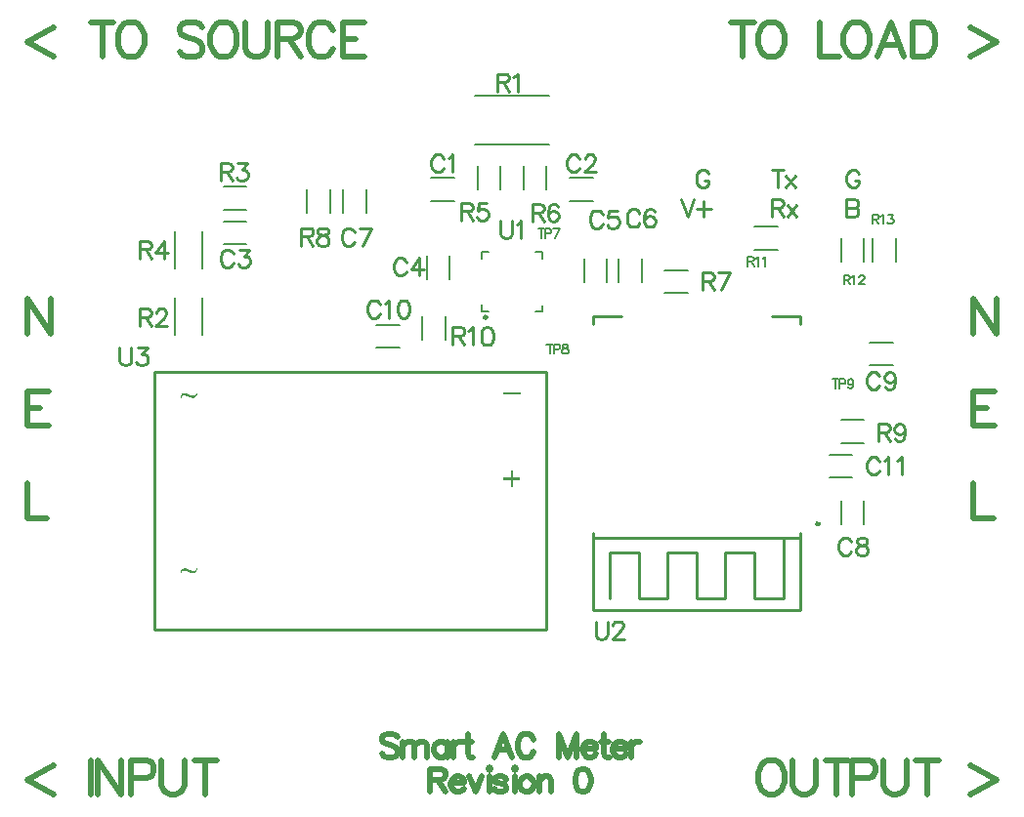
<source format=gto>
G04*
G04 #@! TF.GenerationSoftware,Altium Limited,Altium Designer,18.1.7 (191)*
G04*
G04 Layer_Color=65535*
%FSLAX44Y44*%
%MOMM*%
G71*
G01*
G75*
%ADD10C,0.3000*%
%ADD11C,0.2000*%
%ADD12C,0.2540*%
%ADD13C,0.5000*%
G36*
X216668Y363384D02*
X216863Y363356D01*
X217113Y363328D01*
X217612Y363217D01*
X217640D01*
X217668Y363189D01*
X217751Y363162D01*
X217862Y363134D01*
X218001Y363106D01*
X218168Y363050D01*
X218362Y362967D01*
X218584Y362884D01*
X219084Y362690D01*
X219722Y362467D01*
X220444Y362162D01*
X221277Y361801D01*
X221305D01*
X221333Y361773D01*
X221499Y361718D01*
X221721Y361607D01*
X221999Y361496D01*
X222304Y361385D01*
X222637Y361246D01*
X222943Y361135D01*
X223220Y361052D01*
X223304D01*
X223387Y361024D01*
X223498D01*
X223748Y360996D01*
X224081Y360968D01*
X224248D01*
X224414Y360996D01*
X224636Y361052D01*
X224886Y361107D01*
X225136Y361218D01*
X225414Y361385D01*
X225664Y361579D01*
X225691Y361607D01*
X225774Y361690D01*
X225886Y361829D01*
X225997Y362023D01*
X226135Y362301D01*
X226274Y362606D01*
X226357Y362967D01*
X226441Y363384D01*
X227190D01*
Y363356D01*
Y363300D01*
Y363189D01*
X227163Y363050D01*
X227135Y362856D01*
X227107Y362662D01*
X227024Y362190D01*
X226885Y361690D01*
X226691Y361135D01*
X226413Y360635D01*
X226080Y360191D01*
X226024Y360135D01*
X225913Y360024D01*
X225691Y359858D01*
X225414Y359664D01*
X225053Y359441D01*
X224636Y359275D01*
X224164Y359164D01*
X223637Y359108D01*
X223359D01*
X223193Y359136D01*
X222943Y359164D01*
X222693Y359192D01*
X222138Y359330D01*
X222110D01*
X221971Y359386D01*
X221888Y359414D01*
X221749Y359469D01*
X221610Y359525D01*
X221416Y359580D01*
X221194Y359664D01*
X220944Y359747D01*
X220666Y359858D01*
X220333Y359997D01*
X220000Y360135D01*
X219584Y360274D01*
X219139Y360469D01*
X218667Y360663D01*
X218640D01*
X218584Y360691D01*
X218473Y360746D01*
X218362Y360802D01*
X218029Y360941D01*
X217612Y361079D01*
X217141Y361246D01*
X216696Y361357D01*
X216252Y361468D01*
X215891Y361496D01*
X215752D01*
X215586Y361468D01*
X215364Y361440D01*
X215142Y361357D01*
X214892Y361274D01*
X214642Y361135D01*
X214392Y360941D01*
X214364Y360913D01*
X214309Y360830D01*
X214198Y360691D01*
X214087Y360496D01*
X213948Y360247D01*
X213809Y359941D01*
X213698Y359580D01*
X213587Y359136D01*
X212810D01*
Y359164D01*
Y359219D01*
X212837Y359330D01*
Y359497D01*
X212865Y359664D01*
X212893Y359886D01*
X212976Y360358D01*
X213115Y360885D01*
X213281Y361413D01*
X213531Y361912D01*
X213864Y362356D01*
X213920Y362412D01*
X214031Y362523D01*
X214253Y362690D01*
X214531Y362884D01*
X214864Y363078D01*
X215280Y363245D01*
X215725Y363356D01*
X216224Y363411D01*
X216474D01*
X216668Y363384D01*
D02*
G37*
G36*
Y211384D02*
X216863Y211356D01*
X217113Y211328D01*
X217612Y211217D01*
X217640D01*
X217668Y211189D01*
X217751Y211161D01*
X217862Y211134D01*
X218001Y211106D01*
X218168Y211050D01*
X218362Y210967D01*
X218584Y210884D01*
X219084Y210690D01*
X219722Y210467D01*
X220444Y210162D01*
X221277Y209801D01*
X221305D01*
X221333Y209773D01*
X221499Y209718D01*
X221721Y209607D01*
X221999Y209496D01*
X222304Y209385D01*
X222637Y209246D01*
X222943Y209135D01*
X223220Y209052D01*
X223304D01*
X223387Y209024D01*
X223498D01*
X223748Y208996D01*
X224081Y208968D01*
X224248D01*
X224414Y208996D01*
X224636Y209052D01*
X224886Y209107D01*
X225136Y209218D01*
X225414Y209385D01*
X225664Y209579D01*
X225691Y209607D01*
X225774Y209690D01*
X225886Y209829D01*
X225997Y210023D01*
X226135Y210301D01*
X226274Y210606D01*
X226357Y210967D01*
X226441Y211384D01*
X227190D01*
Y211356D01*
Y211300D01*
Y211189D01*
X227163Y211050D01*
X227135Y210856D01*
X227107Y210662D01*
X227024Y210190D01*
X226885Y209690D01*
X226691Y209135D01*
X226413Y208635D01*
X226080Y208191D01*
X226024Y208135D01*
X225913Y208024D01*
X225691Y207858D01*
X225414Y207663D01*
X225053Y207441D01*
X224636Y207275D01*
X224164Y207164D01*
X223637Y207108D01*
X223359D01*
X223193Y207136D01*
X222943Y207164D01*
X222693Y207192D01*
X222138Y207330D01*
X222110D01*
X221971Y207386D01*
X221888Y207414D01*
X221749Y207469D01*
X221610Y207525D01*
X221416Y207580D01*
X221194Y207663D01*
X220944Y207747D01*
X220666Y207858D01*
X220333Y207997D01*
X220000Y208135D01*
X219584Y208274D01*
X219139Y208469D01*
X218667Y208663D01*
X218640D01*
X218584Y208691D01*
X218473Y208746D01*
X218362Y208802D01*
X218029Y208941D01*
X217612Y209079D01*
X217141Y209246D01*
X216696Y209357D01*
X216252Y209468D01*
X215891Y209496D01*
X215752D01*
X215586Y209468D01*
X215364Y209440D01*
X215142Y209357D01*
X214892Y209274D01*
X214642Y209135D01*
X214392Y208941D01*
X214364Y208913D01*
X214309Y208829D01*
X214198Y208691D01*
X214087Y208496D01*
X213948Y208246D01*
X213809Y207941D01*
X213698Y207580D01*
X213587Y207136D01*
X212810D01*
Y207164D01*
Y207219D01*
X212837Y207330D01*
Y207497D01*
X212865Y207663D01*
X212893Y207886D01*
X212976Y208358D01*
X213115Y208885D01*
X213281Y209412D01*
X213531Y209912D01*
X213864Y210356D01*
X213920Y210412D01*
X214031Y210523D01*
X214253Y210690D01*
X214531Y210884D01*
X214864Y211078D01*
X215280Y211245D01*
X215725Y211356D01*
X216224Y211411D01*
X216474D01*
X216668Y211384D01*
D02*
G37*
G36*
X500847Y289856D02*
X507204D01*
Y288107D01*
X500847D01*
Y281805D01*
X499153D01*
Y288107D01*
X492796D01*
Y289856D01*
X499153D01*
Y296213D01*
X500847D01*
Y289856D01*
D02*
G37*
G36*
X507232Y362079D02*
X492768D01*
Y363828D01*
X507232D01*
Y362079D01*
D02*
G37*
D10*
X766000Y250000D02*
G03*
X766000Y250000I-1000J0D01*
G01*
X478000Y429000D02*
G03*
X478000Y429000I-1000J0D01*
G01*
D11*
X812500Y477500D02*
Y497500D01*
X832500Y477500D02*
Y497500D01*
X805000Y477500D02*
Y497500D01*
X785000Y477500D02*
Y497500D01*
X710000Y507500D02*
X730000D01*
X710000Y487500D02*
X730000D01*
X474000Y434000D02*
X480000D01*
X474000D02*
Y440000D01*
Y480000D02*
Y486000D01*
X480000D01*
X520000D02*
X526000D01*
Y480000D02*
Y486000D01*
Y434000D02*
Y439000D01*
X520000Y434000D02*
X526000D01*
X442500Y410000D02*
Y430000D01*
X422500Y410000D02*
Y430000D01*
X785000Y320000D02*
X805000D01*
X785000Y340000D02*
X805000D01*
X342500Y520000D02*
Y540000D01*
X322500Y520000D02*
Y540000D01*
X632500Y470001D02*
X652500D01*
X632500Y450001D02*
X652500D01*
X530000Y540000D02*
Y560000D01*
X510000Y540000D02*
Y560000D01*
X490000Y540000D02*
Y560000D01*
X470000Y540000D02*
Y560000D01*
X208000Y471500D02*
Y503500D01*
X232000Y471500D02*
Y503500D01*
X250000Y542500D02*
X270000D01*
X250000Y522500D02*
X270000D01*
X208000Y414000D02*
Y446000D01*
X232000Y414000D02*
Y446000D01*
X468000Y579000D02*
X532000D01*
X468000Y621000D02*
X532000D01*
X382498Y422500D02*
X402498D01*
X382498Y402500D02*
X402498D01*
X810000Y387500D02*
X830000D01*
X810000Y407500D02*
X830000D01*
X562500Y460000D02*
Y480000D01*
X582500Y460000D02*
Y480000D01*
X775000Y310000D02*
X795000D01*
X775000Y290000D02*
X795000D01*
X426250Y462500D02*
Y482500D01*
X446250Y462500D02*
Y482500D01*
X592500Y460000D02*
Y480000D01*
X612500Y460000D02*
Y480000D01*
X353750Y520000D02*
Y540000D01*
X373750Y520000D02*
Y540000D01*
X805200Y250000D02*
Y270000D01*
X785200Y250000D02*
Y270000D01*
X430000Y530000D02*
X450000D01*
X430000Y550000D02*
X450000D01*
X550000D02*
X570000D01*
X550000Y530000D02*
X570000D01*
X250000Y512500D02*
X270000D01*
X250000Y492500D02*
X270000D01*
X780166Y375498D02*
Y367500D01*
X777500Y375498D02*
X782832D01*
X783784Y371309D02*
X787212D01*
X788355Y371690D01*
X788736Y372071D01*
X789117Y372832D01*
Y373975D01*
X788736Y374737D01*
X788355Y375117D01*
X787212Y375498D01*
X783784D01*
Y367500D01*
X795858Y372832D02*
X795477Y371690D01*
X794715Y370928D01*
X793573Y370547D01*
X793192D01*
X792049Y370928D01*
X791288Y371690D01*
X790907Y372832D01*
Y373213D01*
X791288Y374356D01*
X792049Y375117D01*
X793192Y375498D01*
X793573D01*
X794715Y375117D01*
X795477Y374356D01*
X795858Y372832D01*
Y370928D01*
X795477Y369024D01*
X794715Y367881D01*
X793573Y367500D01*
X792811D01*
X791668Y367881D01*
X791288Y368643D01*
X525166Y505896D02*
Y497898D01*
X522500Y505896D02*
X527832D01*
X528784Y501706D02*
X532212D01*
X533355Y502087D01*
X533736Y502468D01*
X534117Y503230D01*
Y504372D01*
X533736Y505134D01*
X533355Y505515D01*
X532212Y505896D01*
X528784D01*
Y497898D01*
X541239Y505896D02*
X537430Y497898D01*
X535907Y505896D02*
X541239D01*
X532666Y405498D02*
Y397500D01*
X530000Y405498D02*
X535332D01*
X536284Y401309D02*
X539712D01*
X540855Y401690D01*
X541236Y402070D01*
X541617Y402832D01*
Y403975D01*
X541236Y404737D01*
X540855Y405117D01*
X539712Y405498D01*
X536284D01*
Y397500D01*
X545311Y405498D02*
X544168Y405117D01*
X543787Y404356D01*
Y403594D01*
X544168Y402832D01*
X544930Y402451D01*
X546454Y402070D01*
X547596Y401690D01*
X548358Y400928D01*
X548739Y400166D01*
Y399024D01*
X548358Y398262D01*
X547977Y397881D01*
X546834Y397500D01*
X545311D01*
X544168Y397881D01*
X543787Y398262D01*
X543407Y399024D01*
Y400166D01*
X543787Y400928D01*
X544549Y401690D01*
X545692Y402070D01*
X547215Y402451D01*
X547977Y402832D01*
X548358Y403594D01*
Y404356D01*
X547977Y405117D01*
X546834Y405498D01*
X545311D01*
X812500Y517998D02*
Y510000D01*
Y517998D02*
X815928D01*
X817070Y517617D01*
X817451Y517237D01*
X817832Y516475D01*
Y515713D01*
X817451Y514951D01*
X817070Y514570D01*
X815928Y514190D01*
X812500D01*
X815166D02*
X817832Y510000D01*
X819622Y516475D02*
X820384Y516856D01*
X821527Y517998D01*
Y510000D01*
X826249Y517998D02*
X830439D01*
X828154Y514951D01*
X829296D01*
X830058Y514570D01*
X830439Y514190D01*
X830820Y513047D01*
Y512285D01*
X830439Y511143D01*
X829677Y510381D01*
X828535Y510000D01*
X827392D01*
X826249Y510381D01*
X825869Y510762D01*
X825488Y511524D01*
X787500Y465498D02*
Y457500D01*
Y465498D02*
X790928D01*
X792070Y465117D01*
X792451Y464737D01*
X792832Y463975D01*
Y463213D01*
X792451Y462451D01*
X792070Y462070D01*
X790928Y461690D01*
X787500D01*
X790166D02*
X792832Y457500D01*
X794622Y463975D02*
X795384Y464356D01*
X796527Y465498D01*
Y457500D01*
X800869Y463594D02*
Y463975D01*
X801249Y464737D01*
X801630Y465117D01*
X802392Y465498D01*
X803915D01*
X804677Y465117D01*
X805058Y464737D01*
X805439Y463975D01*
Y463213D01*
X805058Y462451D01*
X804296Y461309D01*
X800488Y457500D01*
X805820D01*
X704450Y481498D02*
Y473500D01*
Y481498D02*
X707878D01*
X709020Y481117D01*
X709401Y480737D01*
X709782Y479975D01*
Y479213D01*
X709401Y478451D01*
X709020Y478070D01*
X707878Y477690D01*
X704450D01*
X707116D02*
X709782Y473500D01*
X711572Y479975D02*
X712334Y480356D01*
X713477Y481498D01*
Y473500D01*
X717438Y479975D02*
X718199Y480356D01*
X719342Y481498D01*
Y473500D01*
D12*
X530000Y158000D02*
Y382000D01*
X190000Y158000D02*
X530000D01*
X190000D02*
Y382000D01*
X530000D01*
X585000Y185000D02*
Y225000D01*
X610000D01*
Y185000D02*
Y225000D01*
Y185000D02*
X635000D01*
Y225000D01*
X660000D01*
Y185000D02*
Y225000D01*
Y185000D02*
X685000D01*
Y225000D01*
X710000D01*
Y185000D02*
Y225000D01*
Y185000D02*
X735000D01*
Y238000D01*
X570000D02*
X750000D01*
X570000Y175000D02*
Y242000D01*
Y175000D02*
X750000D01*
X570000Y430000D02*
X595000D01*
X570000Y423000D02*
Y430000D01*
X750000Y423000D02*
Y430000D01*
X725000D02*
X750000D01*
Y175000D02*
Y242000D01*
X790000Y531537D02*
Y516300D01*
Y531537D02*
X796530D01*
X798707Y530811D01*
X799432Y530086D01*
X800158Y528634D01*
Y527183D01*
X799432Y525732D01*
X798707Y525007D01*
X796530Y524281D01*
X790000D02*
X796530D01*
X798707Y523556D01*
X799432Y522830D01*
X800158Y521379D01*
Y519202D01*
X799432Y517751D01*
X798707Y517025D01*
X796530Y516300D01*
X790000D01*
X800883Y553309D02*
X800158Y554760D01*
X798707Y556211D01*
X797256Y556937D01*
X794353D01*
X792902Y556211D01*
X791451Y554760D01*
X790725Y553309D01*
X790000Y551132D01*
Y547504D01*
X790725Y545328D01*
X791451Y543877D01*
X792902Y542425D01*
X794353Y541700D01*
X797256D01*
X798707Y542425D01*
X800158Y543877D01*
X800883Y545328D01*
Y547504D01*
X797256D02*
X800883D01*
X725200Y531537D02*
Y516300D01*
Y531537D02*
X731730D01*
X733907Y530811D01*
X734632Y530086D01*
X735358Y528634D01*
Y527183D01*
X734632Y525732D01*
X733907Y525007D01*
X731730Y524281D01*
X725200D01*
X730279D02*
X735358Y516300D01*
X738768Y526458D02*
X746749Y516300D01*
Y526458D02*
X738768Y516300D01*
X730279Y556937D02*
Y541700D01*
X725200Y556937D02*
X735358D01*
X737172Y551858D02*
X745153Y541700D01*
Y551858D02*
X737172Y541700D01*
X670583Y553309D02*
X669858Y554760D01*
X668407Y556211D01*
X666956Y556937D01*
X664053D01*
X662602Y556211D01*
X661151Y554760D01*
X660426Y553309D01*
X659700Y551132D01*
Y547504D01*
X660426Y545328D01*
X661151Y543877D01*
X662602Y542425D01*
X664053Y541700D01*
X666956D01*
X668407Y542425D01*
X669858Y543877D01*
X670583Y545328D01*
Y547504D01*
X666956D02*
X670583D01*
X646200Y531937D02*
X652004Y516700D01*
X657809Y531937D02*
X652004Y516700D01*
X666298Y529760D02*
Y516700D01*
X659768Y523230D02*
X672828D01*
X385514Y440278D02*
X384789Y441729D01*
X383338Y443180D01*
X381886Y443906D01*
X378984D01*
X377533Y443180D01*
X376082Y441729D01*
X375356Y440278D01*
X374631Y438101D01*
Y434473D01*
X375356Y432297D01*
X376082Y430846D01*
X377533Y429394D01*
X378984Y428669D01*
X381886D01*
X383338Y429394D01*
X384789Y430846D01*
X385514Y432297D01*
X389795Y441003D02*
X391246Y441729D01*
X393423Y443906D01*
Y428669D01*
X405322Y443906D02*
X403145Y443180D01*
X401694Y441003D01*
X400969Y437376D01*
Y435199D01*
X401694Y431571D01*
X403145Y429394D01*
X405322Y428669D01*
X406773D01*
X408950Y429394D01*
X410401Y431571D01*
X411127Y435199D01*
Y437376D01*
X410401Y441003D01*
X408950Y443180D01*
X406773Y443906D01*
X405322D01*
X448721Y420289D02*
Y405052D01*
Y420289D02*
X455251D01*
X457428Y419563D01*
X458153Y418838D01*
X458879Y417386D01*
Y415935D01*
X458153Y414484D01*
X457428Y413759D01*
X455251Y413033D01*
X448721D01*
X453800D02*
X458879Y405052D01*
X462289Y417386D02*
X463740Y418112D01*
X465917Y420289D01*
Y405052D01*
X477816Y420289D02*
X475639Y419563D01*
X474188Y417386D01*
X473462Y413759D01*
Y411582D01*
X474188Y407954D01*
X475639Y405777D01*
X477816Y405052D01*
X479267D01*
X481444Y405777D01*
X482895Y407954D01*
X483620Y411582D01*
Y413759D01*
X482895Y417386D01*
X481444Y419563D01*
X479267Y420289D01*
X477816D01*
X160000Y402737D02*
Y391853D01*
X160726Y389677D01*
X162177Y388226D01*
X164353Y387500D01*
X165805D01*
X167981Y388226D01*
X169432Y389677D01*
X170158Y391853D01*
Y402737D01*
X175817D02*
X183798D01*
X179445Y396932D01*
X181622D01*
X183073Y396207D01*
X183798Y395481D01*
X184524Y393304D01*
Y391853D01*
X183798Y389677D01*
X182347Y388226D01*
X180170Y387500D01*
X177994D01*
X175817Y388226D01*
X175092Y388951D01*
X174366Y390402D01*
X817500Y336837D02*
Y321600D01*
Y336837D02*
X824030D01*
X826207Y336111D01*
X826932Y335386D01*
X827658Y333935D01*
Y332483D01*
X826932Y331032D01*
X826207Y330307D01*
X824030Y329581D01*
X817500D01*
X822579D02*
X827658Y321600D01*
X840500Y331758D02*
X839775Y329581D01*
X838324Y328130D01*
X836147Y327405D01*
X835421D01*
X833245Y328130D01*
X831794Y329581D01*
X831068Y331758D01*
Y332483D01*
X831794Y334660D01*
X833245Y336111D01*
X835421Y336837D01*
X836147D01*
X838324Y336111D01*
X839775Y334660D01*
X840500Y331758D01*
Y328130D01*
X839775Y324502D01*
X838324Y322326D01*
X836147Y321600D01*
X834696D01*
X832519Y322326D01*
X831794Y323777D01*
X818383Y304109D02*
X817658Y305560D01*
X816207Y307011D01*
X814756Y307737D01*
X811853D01*
X810402Y307011D01*
X808951Y305560D01*
X808225Y304109D01*
X807500Y301932D01*
Y298305D01*
X808225Y296128D01*
X808951Y294677D01*
X810402Y293226D01*
X811853Y292500D01*
X814756D01*
X816207Y293226D01*
X817658Y294677D01*
X818383Y296128D01*
X822664Y304834D02*
X824115Y305560D01*
X826292Y307737D01*
Y292500D01*
X833838Y304834D02*
X835289Y305560D01*
X837466Y307737D01*
Y292500D01*
X818383Y378009D02*
X817658Y379460D01*
X816207Y380911D01*
X814755Y381637D01*
X811853D01*
X810402Y380911D01*
X808951Y379460D01*
X808225Y378009D01*
X807500Y375832D01*
Y372205D01*
X808225Y370028D01*
X808951Y368577D01*
X810402Y367126D01*
X811853Y366400D01*
X814755D01*
X816207Y367126D01*
X817658Y368577D01*
X818383Y370028D01*
X832096Y376558D02*
X831371Y374381D01*
X829920Y372930D01*
X827743Y372205D01*
X827018D01*
X824841Y372930D01*
X823390Y374381D01*
X822664Y376558D01*
Y377283D01*
X823390Y379460D01*
X824841Y380911D01*
X827018Y381637D01*
X827743D01*
X829920Y380911D01*
X831371Y379460D01*
X832096Y376558D01*
Y372930D01*
X831371Y369302D01*
X829920Y367126D01*
X827743Y366400D01*
X826292D01*
X824115Y367126D01*
X823390Y368577D01*
X317500Y506487D02*
Y491250D01*
Y506487D02*
X324030D01*
X326207Y505761D01*
X326932Y505036D01*
X327658Y503585D01*
Y502133D01*
X326932Y500682D01*
X326207Y499957D01*
X324030Y499231D01*
X317500D01*
X322579D02*
X327658Y491250D01*
X334696Y506487D02*
X332519Y505761D01*
X331794Y504310D01*
Y502859D01*
X332519Y501408D01*
X333970Y500682D01*
X336872Y499957D01*
X339049Y499231D01*
X340500Y497780D01*
X341226Y496329D01*
Y494152D01*
X340500Y492701D01*
X339775Y491976D01*
X337598Y491250D01*
X334696D01*
X332519Y491976D01*
X331794Y492701D01*
X331068Y494152D01*
Y496329D01*
X331794Y497780D01*
X333245Y499231D01*
X335421Y499957D01*
X338324Y500682D01*
X339775Y501408D01*
X340500Y502859D01*
Y504310D01*
X339775Y505761D01*
X337598Y506487D01*
X334696D01*
X665000Y467738D02*
Y452501D01*
Y467738D02*
X671530D01*
X673707Y467012D01*
X674432Y466287D01*
X675158Y464835D01*
Y463384D01*
X674432Y461933D01*
X673707Y461208D01*
X671530Y460482D01*
X665000D01*
X670079D02*
X675158Y452501D01*
X688726Y467738D02*
X681470Y452501D01*
X678568Y467738D02*
X688726D01*
X793983Y234309D02*
X793258Y235760D01*
X791807Y237211D01*
X790356Y237937D01*
X787453D01*
X786002Y237211D01*
X784551Y235760D01*
X783826Y234309D01*
X783100Y232132D01*
Y228504D01*
X783826Y226328D01*
X784551Y224877D01*
X786002Y223426D01*
X787453Y222700D01*
X790356D01*
X791807Y223426D01*
X793258Y224877D01*
X793983Y226328D01*
X801892Y237937D02*
X799715Y237211D01*
X798990Y235760D01*
Y234309D01*
X799715Y232858D01*
X801166Y232132D01*
X804069Y231407D01*
X806245Y230681D01*
X807697Y229230D01*
X808422Y227779D01*
Y225602D01*
X807697Y224151D01*
X806971Y223426D01*
X804794Y222700D01*
X801892D01*
X799715Y223426D01*
X798990Y224151D01*
X798264Y225602D01*
Y227779D01*
X798990Y229230D01*
X800441Y230681D01*
X802618Y231407D01*
X805520Y232132D01*
X806971Y232858D01*
X807697Y234309D01*
Y235760D01*
X806971Y237211D01*
X804794Y237937D01*
X801892D01*
X363383Y502609D02*
X362658Y504060D01*
X361207Y505511D01*
X359756Y506237D01*
X356853D01*
X355402Y505511D01*
X353951Y504060D01*
X353226Y502609D01*
X352500Y500432D01*
Y496804D01*
X353226Y494628D01*
X353951Y493177D01*
X355402Y491726D01*
X356853Y491000D01*
X359756D01*
X361207Y491726D01*
X362658Y493177D01*
X363383Y494628D01*
X377822Y506237D02*
X370566Y491000D01*
X367664Y506237D02*
X377822D01*
X610458Y519109D02*
X609733Y520560D01*
X608282Y522011D01*
X606831Y522737D01*
X603928D01*
X602477Y522011D01*
X601026Y520560D01*
X600301Y519109D01*
X599575Y516932D01*
Y513304D01*
X600301Y511128D01*
X601026Y509677D01*
X602477Y508226D01*
X603928Y507500D01*
X606831D01*
X608282Y508226D01*
X609733Y509677D01*
X610458Y511128D01*
X623446Y520560D02*
X622720Y522011D01*
X620544Y522737D01*
X619093D01*
X616916Y522011D01*
X615465Y519835D01*
X614739Y516207D01*
Y512579D01*
X615465Y509677D01*
X616916Y508226D01*
X619093Y507500D01*
X619818D01*
X621995Y508226D01*
X623446Y509677D01*
X624171Y511853D01*
Y512579D01*
X623446Y514756D01*
X621995Y516207D01*
X619818Y516932D01*
X619093D01*
X616916Y516207D01*
X615465Y514756D01*
X614739Y512579D01*
X578383Y518109D02*
X577658Y519560D01*
X576207Y521011D01*
X574756Y521737D01*
X571853D01*
X570402Y521011D01*
X568951Y519560D01*
X568226Y518109D01*
X567500Y515932D01*
Y512304D01*
X568226Y510128D01*
X568951Y508677D01*
X570402Y507226D01*
X571853Y506500D01*
X574756D01*
X576207Y507226D01*
X577658Y508677D01*
X578383Y510128D01*
X591371Y521737D02*
X584115D01*
X583390Y515207D01*
X584115Y515932D01*
X586292Y516658D01*
X588469D01*
X590645Y515932D01*
X592096Y514481D01*
X592822Y512304D01*
Y510853D01*
X592096Y508677D01*
X590645Y507226D01*
X588469Y506500D01*
X586292D01*
X584115Y507226D01*
X583390Y507951D01*
X582664Y509402D01*
X408383Y476859D02*
X407658Y478310D01*
X406207Y479761D01*
X404756Y480486D01*
X401853D01*
X400402Y479761D01*
X398951Y478310D01*
X398226Y476859D01*
X397500Y474682D01*
Y471054D01*
X398226Y468877D01*
X398951Y467426D01*
X400402Y465975D01*
X401853Y465250D01*
X404756D01*
X406207Y465975D01*
X407658Y467426D01*
X408383Y468877D01*
X419920Y480486D02*
X412664Y470329D01*
X423548D01*
X419920Y480486D02*
Y465250D01*
X572500Y165337D02*
Y154453D01*
X573226Y152277D01*
X574677Y150826D01*
X576853Y150100D01*
X578304D01*
X580481Y150826D01*
X581932Y152277D01*
X582658Y154453D01*
Y165337D01*
X587592Y161709D02*
Y162435D01*
X588317Y163886D01*
X589043Y164611D01*
X590494Y165337D01*
X593396D01*
X594847Y164611D01*
X595573Y163886D01*
X596298Y162435D01*
Y160983D01*
X595573Y159532D01*
X594122Y157356D01*
X586866Y150100D01*
X597024D01*
X247500Y562737D02*
Y547500D01*
Y562737D02*
X254030D01*
X256207Y562011D01*
X256932Y561286D01*
X257658Y559835D01*
Y558383D01*
X256932Y556932D01*
X256207Y556207D01*
X254030Y555481D01*
X247500D01*
X252579D02*
X257658Y547500D01*
X262519Y562737D02*
X270500D01*
X266147Y556932D01*
X268323D01*
X269775Y556207D01*
X270500Y555481D01*
X271226Y553304D01*
Y551853D01*
X270500Y549677D01*
X269049Y548226D01*
X266872Y547500D01*
X264696D01*
X262519Y548226D01*
X261793Y548951D01*
X261068Y550402D01*
X490000Y512737D02*
Y501853D01*
X490726Y499677D01*
X492177Y498226D01*
X494353Y497500D01*
X495804D01*
X497981Y498226D01*
X499432Y499677D01*
X500158Y501853D01*
Y512737D01*
X504366Y509835D02*
X505817Y510560D01*
X507994Y512737D01*
Y497500D01*
X517500Y527337D02*
Y512100D01*
Y527337D02*
X524030D01*
X526207Y526611D01*
X526932Y525886D01*
X527658Y524435D01*
Y522983D01*
X526932Y521532D01*
X526207Y520807D01*
X524030Y520081D01*
X517500D01*
X522579D02*
X527658Y512100D01*
X539775Y525160D02*
X539049Y526611D01*
X536872Y527337D01*
X535421D01*
X533245Y526611D01*
X531794Y524435D01*
X531068Y520807D01*
Y517179D01*
X531794Y514277D01*
X533245Y512826D01*
X535421Y512100D01*
X536147D01*
X538324Y512826D01*
X539775Y514277D01*
X540500Y516453D01*
Y517179D01*
X539775Y519356D01*
X538324Y520807D01*
X536147Y521532D01*
X535421D01*
X533245Y520807D01*
X531794Y519356D01*
X531068Y517179D01*
X456000Y528237D02*
Y513000D01*
Y528237D02*
X462530D01*
X464707Y527511D01*
X465432Y526786D01*
X466158Y525335D01*
Y523883D01*
X465432Y522432D01*
X464707Y521707D01*
X462530Y520981D01*
X456000D01*
X461079D02*
X466158Y513000D01*
X478275Y528237D02*
X471019D01*
X470294Y521707D01*
X471019Y522432D01*
X473196Y523158D01*
X475372D01*
X477549Y522432D01*
X479000Y520981D01*
X479726Y518805D01*
Y517353D01*
X479000Y515177D01*
X477549Y513726D01*
X475372Y513000D01*
X473196D01*
X471019Y513726D01*
X470294Y514451D01*
X469568Y515902D01*
X258383Y484109D02*
X257658Y485560D01*
X256207Y487011D01*
X254756Y487737D01*
X251853D01*
X250402Y487011D01*
X248951Y485560D01*
X248225Y484109D01*
X247500Y481932D01*
Y478304D01*
X248225Y476128D01*
X248951Y474677D01*
X250402Y473226D01*
X251853Y472500D01*
X254756D01*
X256207Y473226D01*
X257658Y474677D01*
X258383Y476128D01*
X264115Y487737D02*
X272096D01*
X267743Y481932D01*
X269920D01*
X271371Y481207D01*
X272096Y480481D01*
X272822Y478304D01*
Y476853D01*
X272096Y474677D01*
X270645Y473226D01*
X268469Y472500D01*
X266292D01*
X264115Y473226D01*
X263390Y473951D01*
X262664Y475402D01*
X558383Y566609D02*
X557658Y568060D01*
X556207Y569511D01*
X554756Y570237D01*
X551853D01*
X550402Y569511D01*
X548951Y568060D01*
X548226Y566609D01*
X547500Y564432D01*
Y560804D01*
X548226Y558628D01*
X548951Y557177D01*
X550402Y555726D01*
X551853Y555000D01*
X554756D01*
X556207Y555726D01*
X557658Y557177D01*
X558383Y558628D01*
X563390Y566609D02*
Y567335D01*
X564115Y568786D01*
X564841Y569511D01*
X566292Y570237D01*
X569194D01*
X570645Y569511D01*
X571371Y568786D01*
X572096Y567335D01*
Y565883D01*
X571371Y564432D01*
X569920Y562256D01*
X562664Y555000D01*
X572822D01*
X440883Y566609D02*
X440158Y568060D01*
X438707Y569511D01*
X437256Y570237D01*
X434353D01*
X432902Y569511D01*
X431451Y568060D01*
X430726Y566609D01*
X430000Y564432D01*
Y560804D01*
X430726Y558628D01*
X431451Y557177D01*
X432902Y555726D01*
X434353Y555000D01*
X437256D01*
X438707Y555726D01*
X440158Y557177D01*
X440883Y558628D01*
X445164Y567335D02*
X446615Y568060D01*
X448792Y570237D01*
Y555000D01*
X177500Y495237D02*
Y480000D01*
Y495237D02*
X184030D01*
X186207Y494511D01*
X186932Y493786D01*
X187658Y492335D01*
Y490883D01*
X186932Y489432D01*
X186207Y488707D01*
X184030Y487981D01*
X177500D01*
X182579D02*
X187658Y480000D01*
X198323Y495237D02*
X191068Y485079D01*
X201951D01*
X198323Y495237D02*
Y480000D01*
X177500Y436406D02*
Y421169D01*
Y436406D02*
X184030D01*
X186207Y435680D01*
X186932Y434955D01*
X187658Y433503D01*
Y432052D01*
X186932Y430601D01*
X186207Y429876D01*
X184030Y429150D01*
X177500D01*
X182579D02*
X187658Y421169D01*
X191793Y432778D02*
Y433503D01*
X192519Y434955D01*
X193245Y435680D01*
X194696Y436406D01*
X197598D01*
X199049Y435680D01*
X199775Y434955D01*
X200500Y433503D01*
Y432052D01*
X199775Y430601D01*
X198323Y428424D01*
X191068Y421169D01*
X201226D01*
X487500Y640237D02*
Y625000D01*
Y640237D02*
X494030D01*
X496207Y639511D01*
X496932Y638786D01*
X497658Y637335D01*
Y635883D01*
X496932Y634432D01*
X496207Y633707D01*
X494030Y632981D01*
X487500D01*
X492579D02*
X497658Y625000D01*
X501068Y637335D02*
X502519Y638060D01*
X504696Y640237D01*
Y625000D01*
D13*
X699762Y684994D02*
Y655000D01*
X689764Y684994D02*
X709759D01*
X721900D02*
X719043Y683565D01*
X716187Y680709D01*
X714758Y677852D01*
X713330Y673567D01*
Y666426D01*
X714758Y662141D01*
X716187Y659285D01*
X719043Y656428D01*
X721900Y655000D01*
X727613D01*
X730469Y656428D01*
X733326Y659285D01*
X734754Y662141D01*
X736182Y666426D01*
Y673567D01*
X734754Y677852D01*
X733326Y680709D01*
X730469Y683565D01*
X727613Y684994D01*
X721900D01*
X766747D02*
Y655000D01*
X783886D01*
X795741Y684994D02*
X792884Y683565D01*
X790028Y680709D01*
X788600Y677852D01*
X787171Y673567D01*
Y666426D01*
X788600Y662141D01*
X790028Y659285D01*
X792884Y656428D01*
X795741Y655000D01*
X801454D01*
X804311Y656428D01*
X807167Y659285D01*
X808595Y662141D01*
X810024Y666426D01*
Y673567D01*
X808595Y677852D01*
X807167Y680709D01*
X804311Y683565D01*
X801454Y684994D01*
X795741D01*
X839874Y655000D02*
X828448Y684994D01*
X817022Y655000D01*
X821307Y664998D02*
X835590D01*
X846873Y684994D02*
Y655000D01*
Y684994D02*
X856871D01*
X861155Y683565D01*
X864012Y680709D01*
X865440Y677852D01*
X866869Y673567D01*
Y666426D01*
X865440Y662141D01*
X864012Y659285D01*
X861155Y656428D01*
X856871Y655000D01*
X846873D01*
X897148Y680709D02*
X920000Y667854D01*
X897148Y655000D01*
X102852Y680709D02*
X80000Y667854D01*
X102852Y655000D01*
X144986Y684994D02*
Y655000D01*
X134988Y684994D02*
X154984D01*
X167124D02*
X164268Y683565D01*
X161411Y680709D01*
X159983Y677852D01*
X158555Y673567D01*
Y666426D01*
X159983Y662141D01*
X161411Y659285D01*
X164268Y656428D01*
X167124Y655000D01*
X172837D01*
X175694Y656428D01*
X178550Y659285D01*
X179979Y662141D01*
X181407Y666426D01*
Y673567D01*
X179979Y677852D01*
X178550Y680709D01*
X175694Y683565D01*
X172837Y684994D01*
X167124D01*
X231967Y680709D02*
X229111Y683565D01*
X224826Y684994D01*
X219113D01*
X214828Y683565D01*
X211972Y680709D01*
Y677852D01*
X213400Y674996D01*
X214828Y673567D01*
X217685Y672139D01*
X226254Y669283D01*
X229111Y667854D01*
X230539Y666426D01*
X231967Y663570D01*
Y659285D01*
X229111Y656428D01*
X224826Y655000D01*
X219113D01*
X214828Y656428D01*
X211972Y659285D01*
X247250Y684994D02*
X244393Y683565D01*
X241537Y680709D01*
X240109Y677852D01*
X238680Y673567D01*
Y666426D01*
X240109Y662141D01*
X241537Y659285D01*
X244393Y656428D01*
X247250Y655000D01*
X252963D01*
X255819Y656428D01*
X258676Y659285D01*
X260104Y662141D01*
X261532Y666426D01*
Y673567D01*
X260104Y677852D01*
X258676Y680709D01*
X255819Y683565D01*
X252963Y684994D01*
X247250D01*
X268531D02*
Y663570D01*
X269959Y659285D01*
X272816Y656428D01*
X277101Y655000D01*
X279957D01*
X284242Y656428D01*
X287098Y659285D01*
X288527Y663570D01*
Y684994D01*
X296811D02*
Y655000D01*
Y684994D02*
X309665D01*
X313950Y683565D01*
X315378Y682137D01*
X316806Y679280D01*
Y676424D01*
X315378Y673567D01*
X313950Y672139D01*
X309665Y670711D01*
X296811D01*
X306808D02*
X316806Y655000D01*
X344943Y677852D02*
X343515Y680709D01*
X340658Y683565D01*
X337802Y684994D01*
X332089D01*
X329232Y683565D01*
X326376Y680709D01*
X324948Y677852D01*
X323519Y673567D01*
Y666426D01*
X324948Y662141D01*
X326376Y659285D01*
X329232Y656428D01*
X332089Y655000D01*
X337802D01*
X340658Y656428D01*
X343515Y659285D01*
X344943Y662141D01*
X371937Y684994D02*
X353370D01*
Y655000D01*
X371937D01*
X353370Y670711D02*
X364796D01*
X400764Y64639D02*
X398860Y66544D01*
X396003Y67496D01*
X392195D01*
X389338Y66544D01*
X387434Y64639D01*
Y62735D01*
X388386Y60830D01*
X389338Y59878D01*
X391242Y58926D01*
X396956Y57022D01*
X398860Y56070D01*
X399812Y55117D01*
X400764Y53213D01*
Y50356D01*
X398860Y48452D01*
X396003Y47500D01*
X392195D01*
X389338Y48452D01*
X387434Y50356D01*
X405240Y60830D02*
Y47500D01*
Y57022D02*
X408096Y59878D01*
X410000Y60830D01*
X412857D01*
X414761Y59878D01*
X415714Y57022D01*
Y47500D01*
Y57022D02*
X418570Y59878D01*
X420474Y60830D01*
X423331D01*
X425235Y59878D01*
X426188Y57022D01*
Y47500D01*
X443898Y60830D02*
Y47500D01*
Y57974D02*
X441994Y59878D01*
X440089Y60830D01*
X437233D01*
X435328Y59878D01*
X433424Y57974D01*
X432472Y55117D01*
Y53213D01*
X433424Y50356D01*
X435328Y48452D01*
X437233Y47500D01*
X440089D01*
X441994Y48452D01*
X443898Y50356D01*
X449230Y60830D02*
Y47500D01*
Y55117D02*
X450182Y57974D01*
X452087Y59878D01*
X453991Y60830D01*
X456848D01*
X461513Y67496D02*
Y51309D01*
X462465Y48452D01*
X464370Y47500D01*
X466274D01*
X458657Y60830D02*
X465322D01*
X500076Y47500D02*
X492459Y67496D01*
X484842Y47500D01*
X487698Y54165D02*
X497220D01*
X519025Y62735D02*
X518073Y64639D01*
X516168Y66544D01*
X514264Y67496D01*
X510455D01*
X508551Y66544D01*
X506646Y64639D01*
X505694Y62735D01*
X504742Y59878D01*
Y55117D01*
X505694Y52261D01*
X506646Y50356D01*
X508551Y48452D01*
X510455Y47500D01*
X514264D01*
X516168Y48452D01*
X518073Y50356D01*
X519025Y52261D01*
X540354Y67496D02*
Y47500D01*
Y67496D02*
X547971Y47500D01*
X555588Y67496D02*
X547971Y47500D01*
X555588Y67496D02*
Y47500D01*
X561301Y55117D02*
X572728D01*
Y57022D01*
X571775Y58926D01*
X570823Y59878D01*
X568919Y60830D01*
X566062D01*
X564158Y59878D01*
X562254Y57974D01*
X561301Y55117D01*
Y53213D01*
X562254Y50356D01*
X564158Y48452D01*
X566062Y47500D01*
X568919D01*
X570823Y48452D01*
X572728Y50356D01*
X579869Y67496D02*
Y51309D01*
X580821Y48452D01*
X582725Y47500D01*
X584630D01*
X577012Y60830D02*
X583678D01*
X587486Y55117D02*
X598912D01*
Y57022D01*
X597960Y58926D01*
X597008Y59878D01*
X595104Y60830D01*
X592247D01*
X590343Y59878D01*
X588438Y57974D01*
X587486Y55117D01*
Y53213D01*
X588438Y50356D01*
X590343Y48452D01*
X592247Y47500D01*
X595104D01*
X597008Y48452D01*
X598912Y50356D01*
X603197Y60830D02*
Y47500D01*
Y55117D02*
X604149Y57974D01*
X606054Y59878D01*
X607958Y60830D01*
X610815D01*
X721900Y44994D02*
X719043Y43565D01*
X716187Y40709D01*
X714758Y37852D01*
X713330Y33567D01*
Y26426D01*
X714758Y22141D01*
X716187Y19285D01*
X719043Y16428D01*
X721900Y15000D01*
X727613D01*
X730469Y16428D01*
X733326Y19285D01*
X734754Y22141D01*
X736182Y26426D01*
Y33567D01*
X734754Y37852D01*
X733326Y40709D01*
X730469Y43565D01*
X727613Y44994D01*
X721900D01*
X743181D02*
Y23570D01*
X744609Y19285D01*
X747466Y16428D01*
X751750Y15000D01*
X754607D01*
X758892Y16428D01*
X761748Y19285D01*
X763176Y23570D01*
Y44994D01*
X781458D02*
Y15000D01*
X771460Y44994D02*
X791456D01*
X795027Y29283D02*
X807881D01*
X812166Y30711D01*
X813594Y32139D01*
X815023Y34996D01*
Y39281D01*
X813594Y42137D01*
X812166Y43565D01*
X807881Y44994D01*
X795027D01*
Y15000D01*
X821735Y44994D02*
Y23570D01*
X823164Y19285D01*
X826020Y16428D01*
X830305Y15000D01*
X833161D01*
X837446Y16428D01*
X840303Y19285D01*
X841731Y23570D01*
Y44994D01*
X860013D02*
Y15000D01*
X850015Y44994D02*
X870011D01*
X897148Y40709D02*
X920000Y27854D01*
X897148Y15000D01*
X102852Y40709D02*
X80000Y27854D01*
X102852Y15000D01*
X134988Y44994D02*
Y15000D01*
X141273Y44994D02*
Y15000D01*
Y44994D02*
X161268Y15000D01*
Y44994D02*
Y15000D01*
X169552Y29283D02*
X182407D01*
X186691Y30711D01*
X188120Y32139D01*
X189548Y34996D01*
Y39281D01*
X188120Y42137D01*
X186691Y43565D01*
X182407Y44994D01*
X169552D01*
Y15000D01*
X196261Y44994D02*
Y23570D01*
X197689Y19285D01*
X200546Y16428D01*
X204830Y15000D01*
X207687D01*
X211972Y16428D01*
X214828Y19285D01*
X216257Y23570D01*
Y44994D01*
X234538D02*
Y15000D01*
X224540Y44994D02*
X244536D01*
X429241Y37496D02*
Y17500D01*
Y37496D02*
X437811D01*
X440667Y36544D01*
X441619Y35591D01*
X442572Y33687D01*
Y31783D01*
X441619Y29878D01*
X440667Y28926D01*
X437811Y27974D01*
X429241D01*
X435906D02*
X442572Y17500D01*
X447047Y25117D02*
X458473D01*
Y27022D01*
X457521Y28926D01*
X456569Y29878D01*
X454664Y30831D01*
X451808D01*
X449903Y29878D01*
X447999Y27974D01*
X447047Y25117D01*
Y23213D01*
X447999Y20357D01*
X449903Y18452D01*
X451808Y17500D01*
X454664D01*
X456569Y18452D01*
X458473Y20357D01*
X462758Y30831D02*
X468471Y17500D01*
X474184Y30831D02*
X468471Y17500D01*
X479326Y37496D02*
X480278Y36544D01*
X481230Y37496D01*
X480278Y38448D01*
X479326Y37496D01*
X480278Y30831D02*
Y17500D01*
X495227Y27974D02*
X494275Y29878D01*
X491418Y30831D01*
X488562D01*
X485705Y29878D01*
X484753Y27974D01*
X485705Y26070D01*
X487609Y25117D01*
X492370Y24165D01*
X494275Y23213D01*
X495227Y21309D01*
Y20357D01*
X494275Y18452D01*
X491418Y17500D01*
X488562D01*
X485705Y18452D01*
X484753Y20357D01*
X501321Y37496D02*
X502273Y36544D01*
X503225Y37496D01*
X502273Y38448D01*
X501321Y37496D01*
X502273Y30831D02*
Y17500D01*
X511509Y30831D02*
X509605Y29878D01*
X507701Y27974D01*
X506748Y25117D01*
Y23213D01*
X507701Y20357D01*
X509605Y18452D01*
X511509Y17500D01*
X514366D01*
X516270Y18452D01*
X518174Y20357D01*
X519127Y23213D01*
Y25117D01*
X518174Y27974D01*
X516270Y29878D01*
X514366Y30831D01*
X511509D01*
X523507D02*
Y17500D01*
Y27022D02*
X526363Y29878D01*
X528268Y30831D01*
X531124D01*
X533028Y29878D01*
X533980Y27022D01*
Y17500D01*
X560642Y37496D02*
X557785Y36544D01*
X555881Y33687D01*
X554928Y28926D01*
Y26070D01*
X555881Y21309D01*
X557785Y18452D01*
X560642Y17500D01*
X562546D01*
X565402Y18452D01*
X567307Y21309D01*
X568259Y26070D01*
Y28926D01*
X567307Y33687D01*
X565402Y36544D01*
X562546Y37496D01*
X560642D01*
X900000Y444994D02*
Y415000D01*
Y444994D02*
X919996Y415000D01*
Y444994D02*
Y415000D01*
X918568Y364994D02*
X900000D01*
Y335000D01*
X918568D01*
X900000Y350711D02*
X911426D01*
X900000Y284994D02*
Y255000D01*
X917139D01*
X80000Y284994D02*
Y255000D01*
X97139D01*
X98567Y364994D02*
X80000D01*
Y335000D01*
X98567D01*
X80000Y350711D02*
X91426D01*
X80000Y444994D02*
Y415000D01*
Y444994D02*
X99996Y415000D01*
Y444994D02*
Y415000D01*
M02*

</source>
